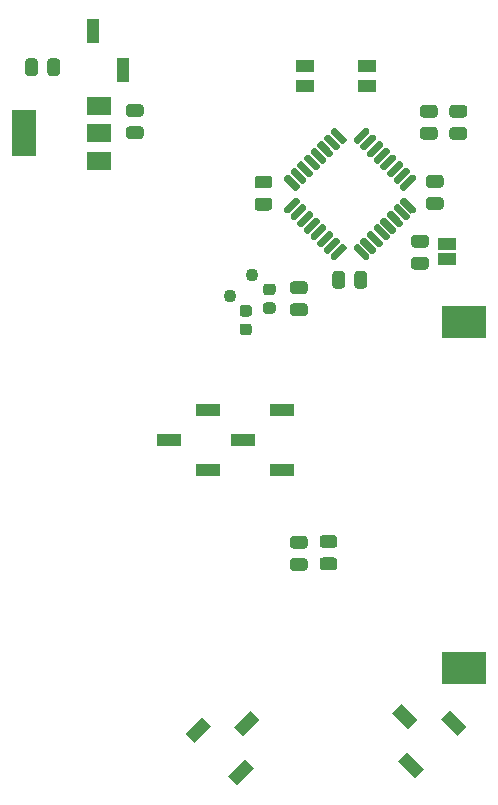
<source format=gbr>
%TF.GenerationSoftware,KiCad,Pcbnew,(5.1.6)-1*%
%TF.CreationDate,2020-12-12T17:11:39+01:00*%
%TF.ProjectId,stm32L412K8T6,73746d33-324c-4343-9132-4b3854362e6b,rev?*%
%TF.SameCoordinates,Original*%
%TF.FileFunction,Soldermask,Top*%
%TF.FilePolarity,Negative*%
%FSLAX46Y46*%
G04 Gerber Fmt 4.6, Leading zero omitted, Abs format (unit mm)*
G04 Created by KiCad (PCBNEW (5.1.6)-1) date 2020-12-12 17:11:39*
%MOMM*%
%LPD*%
G01*
G04 APERTURE LIST*
%ADD10R,3.700000X2.700000*%
%ADD11R,1.600000X1.100000*%
%ADD12R,1.650000X1.100000*%
%ADD13C,1.100000*%
%ADD14R,2.000000X1.100000*%
%ADD15C,0.100000*%
%ADD16R,1.100000X2.000000*%
%ADD17R,2.100000X1.600000*%
%ADD18R,2.100000X3.900000*%
G04 APERTURE END LIST*
D10*
%TO.C,BT1*%
X202500000Y-114300000D03*
X202500000Y-85000000D03*
%TD*%
D11*
%TO.C,JP1*%
X201000000Y-79650000D03*
X201000000Y-78350000D03*
%TD*%
%TO.C,C1*%
G36*
G01*
X185981250Y-73662500D02*
X185018750Y-73662500D01*
G75*
G02*
X184750000Y-73393750I0J268750D01*
G01*
X184750000Y-72856250D01*
G75*
G02*
X185018750Y-72587500I268750J0D01*
G01*
X185981250Y-72587500D01*
G75*
G02*
X186250000Y-72856250I0J-268750D01*
G01*
X186250000Y-73393750D01*
G75*
G02*
X185981250Y-73662500I-268750J0D01*
G01*
G37*
G36*
G01*
X185981250Y-75537500D02*
X185018750Y-75537500D01*
G75*
G02*
X184750000Y-75268750I0J268750D01*
G01*
X184750000Y-74731250D01*
G75*
G02*
X185018750Y-74462500I268750J0D01*
G01*
X185981250Y-74462500D01*
G75*
G02*
X186250000Y-74731250I0J-268750D01*
G01*
X186250000Y-75268750D01*
G75*
G02*
X185981250Y-75537500I-268750J0D01*
G01*
G37*
%TD*%
D12*
%TO.C,B*%
X189000000Y-65000000D03*
X194250000Y-65000000D03*
X194250000Y-63300000D03*
X189000000Y-63300000D03*
%TD*%
D13*
%TO.C,Y1*%
X182703949Y-82796051D03*
X184500000Y-81000000D03*
%TD*%
D14*
%TO.C,J6*%
X187050000Y-97490000D03*
X187050000Y-92410000D03*
X183750000Y-94950000D03*
%TD*%
D15*
%TO.C,J5*%
G36*
X180318198Y-118403984D02*
G01*
X181096016Y-119181802D01*
X179681802Y-120596016D01*
X178903984Y-119818198D01*
X180318198Y-118403984D01*
G37*
G36*
X183910300Y-121996086D02*
G01*
X184688118Y-122773904D01*
X183273904Y-124188118D01*
X182496086Y-123410300D01*
X183910300Y-121996086D01*
G37*
G36*
X184447701Y-117866583D02*
G01*
X185225519Y-118644401D01*
X183811305Y-120058615D01*
X183033487Y-119280797D01*
X184447701Y-117866583D01*
G37*
%TD*%
D14*
%TO.C,J4*%
X180800000Y-97480000D03*
X180800000Y-92400000D03*
X177500000Y-94940000D03*
%TD*%
D15*
%TO.C,J2*%
G36*
X196903984Y-122181802D02*
G01*
X197681802Y-121403984D01*
X199096016Y-122818198D01*
X198318198Y-123596016D01*
X196903984Y-122181802D01*
G37*
G36*
X200496086Y-118589700D02*
G01*
X201273904Y-117811882D01*
X202688118Y-119226096D01*
X201910300Y-120003914D01*
X200496086Y-118589700D01*
G37*
G36*
X196366583Y-118052299D02*
G01*
X197144401Y-117274481D01*
X198558615Y-118688695D01*
X197780797Y-119466513D01*
X196366583Y-118052299D01*
G37*
%TD*%
D16*
%TO.C,J1*%
X173600000Y-63600000D03*
X171060000Y-60300000D03*
%TD*%
%TO.C,U1*%
G36*
G01*
X187441927Y-75781980D02*
X187229795Y-75569848D01*
G75*
G02*
X187229795Y-75357716I106066J106066D01*
G01*
X188149033Y-74438478D01*
G75*
G02*
X188361165Y-74438478I106066J-106066D01*
G01*
X188573297Y-74650610D01*
G75*
G02*
X188573297Y-74862742I-106066J-106066D01*
G01*
X187654059Y-75781980D01*
G75*
G02*
X187441927Y-75781980I-106066J106066D01*
G01*
G37*
G36*
G01*
X188007613Y-76347665D02*
X187795481Y-76135533D01*
G75*
G02*
X187795481Y-75923401I106066J106066D01*
G01*
X188714719Y-75004163D01*
G75*
G02*
X188926851Y-75004163I106066J-106066D01*
G01*
X189138983Y-75216295D01*
G75*
G02*
X189138983Y-75428427I-106066J-106066D01*
G01*
X188219745Y-76347665D01*
G75*
G02*
X188007613Y-76347665I-106066J106066D01*
G01*
G37*
G36*
G01*
X188573298Y-76913351D02*
X188361166Y-76701219D01*
G75*
G02*
X188361166Y-76489087I106066J106066D01*
G01*
X189280404Y-75569849D01*
G75*
G02*
X189492536Y-75569849I106066J-106066D01*
G01*
X189704668Y-75781981D01*
G75*
G02*
X189704668Y-75994113I-106066J-106066D01*
G01*
X188785430Y-76913351D01*
G75*
G02*
X188573298Y-76913351I-106066J106066D01*
G01*
G37*
G36*
G01*
X189138983Y-77479036D02*
X188926851Y-77266904D01*
G75*
G02*
X188926851Y-77054772I106066J106066D01*
G01*
X189846089Y-76135534D01*
G75*
G02*
X190058221Y-76135534I106066J-106066D01*
G01*
X190270353Y-76347666D01*
G75*
G02*
X190270353Y-76559798I-106066J-106066D01*
G01*
X189351115Y-77479036D01*
G75*
G02*
X189138983Y-77479036I-106066J106066D01*
G01*
G37*
G36*
G01*
X189704669Y-78044722D02*
X189492537Y-77832590D01*
G75*
G02*
X189492537Y-77620458I106066J106066D01*
G01*
X190411775Y-76701220D01*
G75*
G02*
X190623907Y-76701220I106066J-106066D01*
G01*
X190836039Y-76913352D01*
G75*
G02*
X190836039Y-77125484I-106066J-106066D01*
G01*
X189916801Y-78044722D01*
G75*
G02*
X189704669Y-78044722I-106066J106066D01*
G01*
G37*
G36*
G01*
X190270354Y-78610407D02*
X190058222Y-78398275D01*
G75*
G02*
X190058222Y-78186143I106066J106066D01*
G01*
X190977460Y-77266905D01*
G75*
G02*
X191189592Y-77266905I106066J-106066D01*
G01*
X191401724Y-77479037D01*
G75*
G02*
X191401724Y-77691169I-106066J-106066D01*
G01*
X190482486Y-78610407D01*
G75*
G02*
X190270354Y-78610407I-106066J106066D01*
G01*
G37*
G36*
G01*
X190836040Y-79176092D02*
X190623908Y-78963960D01*
G75*
G02*
X190623908Y-78751828I106066J106066D01*
G01*
X191543146Y-77832590D01*
G75*
G02*
X191755278Y-77832590I106066J-106066D01*
G01*
X191967410Y-78044722D01*
G75*
G02*
X191967410Y-78256854I-106066J-106066D01*
G01*
X191048172Y-79176092D01*
G75*
G02*
X190836040Y-79176092I-106066J106066D01*
G01*
G37*
G36*
G01*
X191401725Y-79741778D02*
X191189593Y-79529646D01*
G75*
G02*
X191189593Y-79317514I106066J106066D01*
G01*
X192108831Y-78398276D01*
G75*
G02*
X192320963Y-78398276I106066J-106066D01*
G01*
X192533095Y-78610408D01*
G75*
G02*
X192533095Y-78822540I-106066J-106066D01*
G01*
X191613857Y-79741778D01*
G75*
G02*
X191401725Y-79741778I-106066J106066D01*
G01*
G37*
G36*
G01*
X194053375Y-79741778D02*
X193134137Y-78822540D01*
G75*
G02*
X193134137Y-78610408I106066J106066D01*
G01*
X193346269Y-78398276D01*
G75*
G02*
X193558401Y-78398276I106066J-106066D01*
G01*
X194477639Y-79317514D01*
G75*
G02*
X194477639Y-79529646I-106066J-106066D01*
G01*
X194265507Y-79741778D01*
G75*
G02*
X194053375Y-79741778I-106066J106066D01*
G01*
G37*
G36*
G01*
X194619060Y-79176092D02*
X193699822Y-78256854D01*
G75*
G02*
X193699822Y-78044722I106066J106066D01*
G01*
X193911954Y-77832590D01*
G75*
G02*
X194124086Y-77832590I106066J-106066D01*
G01*
X195043324Y-78751828D01*
G75*
G02*
X195043324Y-78963960I-106066J-106066D01*
G01*
X194831192Y-79176092D01*
G75*
G02*
X194619060Y-79176092I-106066J106066D01*
G01*
G37*
G36*
G01*
X195184746Y-78610407D02*
X194265508Y-77691169D01*
G75*
G02*
X194265508Y-77479037I106066J106066D01*
G01*
X194477640Y-77266905D01*
G75*
G02*
X194689772Y-77266905I106066J-106066D01*
G01*
X195609010Y-78186143D01*
G75*
G02*
X195609010Y-78398275I-106066J-106066D01*
G01*
X195396878Y-78610407D01*
G75*
G02*
X195184746Y-78610407I-106066J106066D01*
G01*
G37*
G36*
G01*
X195750431Y-78044722D02*
X194831193Y-77125484D01*
G75*
G02*
X194831193Y-76913352I106066J106066D01*
G01*
X195043325Y-76701220D01*
G75*
G02*
X195255457Y-76701220I106066J-106066D01*
G01*
X196174695Y-77620458D01*
G75*
G02*
X196174695Y-77832590I-106066J-106066D01*
G01*
X195962563Y-78044722D01*
G75*
G02*
X195750431Y-78044722I-106066J106066D01*
G01*
G37*
G36*
G01*
X196316117Y-77479036D02*
X195396879Y-76559798D01*
G75*
G02*
X195396879Y-76347666I106066J106066D01*
G01*
X195609011Y-76135534D01*
G75*
G02*
X195821143Y-76135534I106066J-106066D01*
G01*
X196740381Y-77054772D01*
G75*
G02*
X196740381Y-77266904I-106066J-106066D01*
G01*
X196528249Y-77479036D01*
G75*
G02*
X196316117Y-77479036I-106066J106066D01*
G01*
G37*
G36*
G01*
X196881802Y-76913351D02*
X195962564Y-75994113D01*
G75*
G02*
X195962564Y-75781981I106066J106066D01*
G01*
X196174696Y-75569849D01*
G75*
G02*
X196386828Y-75569849I106066J-106066D01*
G01*
X197306066Y-76489087D01*
G75*
G02*
X197306066Y-76701219I-106066J-106066D01*
G01*
X197093934Y-76913351D01*
G75*
G02*
X196881802Y-76913351I-106066J106066D01*
G01*
G37*
G36*
G01*
X197447487Y-76347665D02*
X196528249Y-75428427D01*
G75*
G02*
X196528249Y-75216295I106066J106066D01*
G01*
X196740381Y-75004163D01*
G75*
G02*
X196952513Y-75004163I106066J-106066D01*
G01*
X197871751Y-75923401D01*
G75*
G02*
X197871751Y-76135533I-106066J-106066D01*
G01*
X197659619Y-76347665D01*
G75*
G02*
X197447487Y-76347665I-106066J106066D01*
G01*
G37*
G36*
G01*
X198013173Y-75781980D02*
X197093935Y-74862742D01*
G75*
G02*
X197093935Y-74650610I106066J106066D01*
G01*
X197306067Y-74438478D01*
G75*
G02*
X197518199Y-74438478I106066J-106066D01*
G01*
X198437437Y-75357716D01*
G75*
G02*
X198437437Y-75569848I-106066J-106066D01*
G01*
X198225305Y-75781980D01*
G75*
G02*
X198013173Y-75781980I-106066J106066D01*
G01*
G37*
G36*
G01*
X197306067Y-73837436D02*
X197093935Y-73625304D01*
G75*
G02*
X197093935Y-73413172I106066J106066D01*
G01*
X198013173Y-72493934D01*
G75*
G02*
X198225305Y-72493934I106066J-106066D01*
G01*
X198437437Y-72706066D01*
G75*
G02*
X198437437Y-72918198I-106066J-106066D01*
G01*
X197518199Y-73837436D01*
G75*
G02*
X197306067Y-73837436I-106066J106066D01*
G01*
G37*
G36*
G01*
X196740381Y-73271751D02*
X196528249Y-73059619D01*
G75*
G02*
X196528249Y-72847487I106066J106066D01*
G01*
X197447487Y-71928249D01*
G75*
G02*
X197659619Y-71928249I106066J-106066D01*
G01*
X197871751Y-72140381D01*
G75*
G02*
X197871751Y-72352513I-106066J-106066D01*
G01*
X196952513Y-73271751D01*
G75*
G02*
X196740381Y-73271751I-106066J106066D01*
G01*
G37*
G36*
G01*
X196174696Y-72706065D02*
X195962564Y-72493933D01*
G75*
G02*
X195962564Y-72281801I106066J106066D01*
G01*
X196881802Y-71362563D01*
G75*
G02*
X197093934Y-71362563I106066J-106066D01*
G01*
X197306066Y-71574695D01*
G75*
G02*
X197306066Y-71786827I-106066J-106066D01*
G01*
X196386828Y-72706065D01*
G75*
G02*
X196174696Y-72706065I-106066J106066D01*
G01*
G37*
G36*
G01*
X195609011Y-72140380D02*
X195396879Y-71928248D01*
G75*
G02*
X195396879Y-71716116I106066J106066D01*
G01*
X196316117Y-70796878D01*
G75*
G02*
X196528249Y-70796878I106066J-106066D01*
G01*
X196740381Y-71009010D01*
G75*
G02*
X196740381Y-71221142I-106066J-106066D01*
G01*
X195821143Y-72140380D01*
G75*
G02*
X195609011Y-72140380I-106066J106066D01*
G01*
G37*
G36*
G01*
X195043325Y-71574694D02*
X194831193Y-71362562D01*
G75*
G02*
X194831193Y-71150430I106066J106066D01*
G01*
X195750431Y-70231192D01*
G75*
G02*
X195962563Y-70231192I106066J-106066D01*
G01*
X196174695Y-70443324D01*
G75*
G02*
X196174695Y-70655456I-106066J-106066D01*
G01*
X195255457Y-71574694D01*
G75*
G02*
X195043325Y-71574694I-106066J106066D01*
G01*
G37*
G36*
G01*
X194477640Y-71009009D02*
X194265508Y-70796877D01*
G75*
G02*
X194265508Y-70584745I106066J106066D01*
G01*
X195184746Y-69665507D01*
G75*
G02*
X195396878Y-69665507I106066J-106066D01*
G01*
X195609010Y-69877639D01*
G75*
G02*
X195609010Y-70089771I-106066J-106066D01*
G01*
X194689772Y-71009009D01*
G75*
G02*
X194477640Y-71009009I-106066J106066D01*
G01*
G37*
G36*
G01*
X193911954Y-70443324D02*
X193699822Y-70231192D01*
G75*
G02*
X193699822Y-70019060I106066J106066D01*
G01*
X194619060Y-69099822D01*
G75*
G02*
X194831192Y-69099822I106066J-106066D01*
G01*
X195043324Y-69311954D01*
G75*
G02*
X195043324Y-69524086I-106066J-106066D01*
G01*
X194124086Y-70443324D01*
G75*
G02*
X193911954Y-70443324I-106066J106066D01*
G01*
G37*
G36*
G01*
X193346269Y-69877638D02*
X193134137Y-69665506D01*
G75*
G02*
X193134137Y-69453374I106066J106066D01*
G01*
X194053375Y-68534136D01*
G75*
G02*
X194265507Y-68534136I106066J-106066D01*
G01*
X194477639Y-68746268D01*
G75*
G02*
X194477639Y-68958400I-106066J-106066D01*
G01*
X193558401Y-69877638D01*
G75*
G02*
X193346269Y-69877638I-106066J106066D01*
G01*
G37*
G36*
G01*
X192108831Y-69877638D02*
X191189593Y-68958400D01*
G75*
G02*
X191189593Y-68746268I106066J106066D01*
G01*
X191401725Y-68534136D01*
G75*
G02*
X191613857Y-68534136I106066J-106066D01*
G01*
X192533095Y-69453374D01*
G75*
G02*
X192533095Y-69665506I-106066J-106066D01*
G01*
X192320963Y-69877638D01*
G75*
G02*
X192108831Y-69877638I-106066J106066D01*
G01*
G37*
G36*
G01*
X191543146Y-70443324D02*
X190623908Y-69524086D01*
G75*
G02*
X190623908Y-69311954I106066J106066D01*
G01*
X190836040Y-69099822D01*
G75*
G02*
X191048172Y-69099822I106066J-106066D01*
G01*
X191967410Y-70019060D01*
G75*
G02*
X191967410Y-70231192I-106066J-106066D01*
G01*
X191755278Y-70443324D01*
G75*
G02*
X191543146Y-70443324I-106066J106066D01*
G01*
G37*
G36*
G01*
X190977460Y-71009009D02*
X190058222Y-70089771D01*
G75*
G02*
X190058222Y-69877639I106066J106066D01*
G01*
X190270354Y-69665507D01*
G75*
G02*
X190482486Y-69665507I106066J-106066D01*
G01*
X191401724Y-70584745D01*
G75*
G02*
X191401724Y-70796877I-106066J-106066D01*
G01*
X191189592Y-71009009D01*
G75*
G02*
X190977460Y-71009009I-106066J106066D01*
G01*
G37*
G36*
G01*
X190411775Y-71574694D02*
X189492537Y-70655456D01*
G75*
G02*
X189492537Y-70443324I106066J106066D01*
G01*
X189704669Y-70231192D01*
G75*
G02*
X189916801Y-70231192I106066J-106066D01*
G01*
X190836039Y-71150430D01*
G75*
G02*
X190836039Y-71362562I-106066J-106066D01*
G01*
X190623907Y-71574694D01*
G75*
G02*
X190411775Y-71574694I-106066J106066D01*
G01*
G37*
G36*
G01*
X189846089Y-72140380D02*
X188926851Y-71221142D01*
G75*
G02*
X188926851Y-71009010I106066J106066D01*
G01*
X189138983Y-70796878D01*
G75*
G02*
X189351115Y-70796878I106066J-106066D01*
G01*
X190270353Y-71716116D01*
G75*
G02*
X190270353Y-71928248I-106066J-106066D01*
G01*
X190058221Y-72140380D01*
G75*
G02*
X189846089Y-72140380I-106066J106066D01*
G01*
G37*
G36*
G01*
X189280404Y-72706065D02*
X188361166Y-71786827D01*
G75*
G02*
X188361166Y-71574695I106066J106066D01*
G01*
X188573298Y-71362563D01*
G75*
G02*
X188785430Y-71362563I106066J-106066D01*
G01*
X189704668Y-72281801D01*
G75*
G02*
X189704668Y-72493933I-106066J-106066D01*
G01*
X189492536Y-72706065D01*
G75*
G02*
X189280404Y-72706065I-106066J106066D01*
G01*
G37*
G36*
G01*
X188714719Y-73271751D02*
X187795481Y-72352513D01*
G75*
G02*
X187795481Y-72140381I106066J106066D01*
G01*
X188007613Y-71928249D01*
G75*
G02*
X188219745Y-71928249I106066J-106066D01*
G01*
X189138983Y-72847487D01*
G75*
G02*
X189138983Y-73059619I-106066J-106066D01*
G01*
X188926851Y-73271751D01*
G75*
G02*
X188714719Y-73271751I-106066J106066D01*
G01*
G37*
G36*
G01*
X188149033Y-73837436D02*
X187229795Y-72918198D01*
G75*
G02*
X187229795Y-72706066I106066J106066D01*
G01*
X187441927Y-72493934D01*
G75*
G02*
X187654059Y-72493934I106066J-106066D01*
G01*
X188573297Y-73413172D01*
G75*
G02*
X188573297Y-73625304I-106066J-106066D01*
G01*
X188361165Y-73837436D01*
G75*
G02*
X188149033Y-73837436I-106066J106066D01*
G01*
G37*
%TD*%
D17*
%TO.C,U2*%
X171550000Y-71300000D03*
X171550000Y-66700000D03*
X171550000Y-69000000D03*
D18*
X165250000Y-69000000D03*
%TD*%
%TO.C,R7*%
G36*
G01*
X188981250Y-82600000D02*
X188018750Y-82600000D01*
G75*
G02*
X187750000Y-82331250I0J268750D01*
G01*
X187750000Y-81793750D01*
G75*
G02*
X188018750Y-81525000I268750J0D01*
G01*
X188981250Y-81525000D01*
G75*
G02*
X189250000Y-81793750I0J-268750D01*
G01*
X189250000Y-82331250D01*
G75*
G02*
X188981250Y-82600000I-268750J0D01*
G01*
G37*
G36*
G01*
X188981250Y-84475000D02*
X188018750Y-84475000D01*
G75*
G02*
X187750000Y-84206250I0J268750D01*
G01*
X187750000Y-83668750D01*
G75*
G02*
X188018750Y-83400000I268750J0D01*
G01*
X188981250Y-83400000D01*
G75*
G02*
X189250000Y-83668750I0J-268750D01*
G01*
X189250000Y-84206250D01*
G75*
G02*
X188981250Y-84475000I-268750J0D01*
G01*
G37*
%TD*%
%TO.C,R6*%
G36*
G01*
X199981250Y-67662500D02*
X199018750Y-67662500D01*
G75*
G02*
X198750000Y-67393750I0J268750D01*
G01*
X198750000Y-66856250D01*
G75*
G02*
X199018750Y-66587500I268750J0D01*
G01*
X199981250Y-66587500D01*
G75*
G02*
X200250000Y-66856250I0J-268750D01*
G01*
X200250000Y-67393750D01*
G75*
G02*
X199981250Y-67662500I-268750J0D01*
G01*
G37*
G36*
G01*
X199981250Y-69537500D02*
X199018750Y-69537500D01*
G75*
G02*
X198750000Y-69268750I0J268750D01*
G01*
X198750000Y-68731250D01*
G75*
G02*
X199018750Y-68462500I268750J0D01*
G01*
X199981250Y-68462500D01*
G75*
G02*
X200250000Y-68731250I0J-268750D01*
G01*
X200250000Y-69268750D01*
G75*
G02*
X199981250Y-69537500I-268750J0D01*
G01*
G37*
%TD*%
%TO.C,R5*%
G36*
G01*
X199231250Y-78662500D02*
X198268750Y-78662500D01*
G75*
G02*
X198000000Y-78393750I0J268750D01*
G01*
X198000000Y-77856250D01*
G75*
G02*
X198268750Y-77587500I268750J0D01*
G01*
X199231250Y-77587500D01*
G75*
G02*
X199500000Y-77856250I0J-268750D01*
G01*
X199500000Y-78393750D01*
G75*
G02*
X199231250Y-78662500I-268750J0D01*
G01*
G37*
G36*
G01*
X199231250Y-80537500D02*
X198268750Y-80537500D01*
G75*
G02*
X198000000Y-80268750I0J268750D01*
G01*
X198000000Y-79731250D01*
G75*
G02*
X198268750Y-79462500I268750J0D01*
G01*
X199231250Y-79462500D01*
G75*
G02*
X199500000Y-79731250I0J-268750D01*
G01*
X199500000Y-80268750D01*
G75*
G02*
X199231250Y-80537500I-268750J0D01*
G01*
G37*
%TD*%
%TO.C,R4*%
G36*
G01*
X190518750Y-104900000D02*
X191481250Y-104900000D01*
G75*
G02*
X191750000Y-105168750I0J-268750D01*
G01*
X191750000Y-105706250D01*
G75*
G02*
X191481250Y-105975000I-268750J0D01*
G01*
X190518750Y-105975000D01*
G75*
G02*
X190250000Y-105706250I0J268750D01*
G01*
X190250000Y-105168750D01*
G75*
G02*
X190518750Y-104900000I268750J0D01*
G01*
G37*
G36*
G01*
X190518750Y-103025000D02*
X191481250Y-103025000D01*
G75*
G02*
X191750000Y-103293750I0J-268750D01*
G01*
X191750000Y-103831250D01*
G75*
G02*
X191481250Y-104100000I-268750J0D01*
G01*
X190518750Y-104100000D01*
G75*
G02*
X190250000Y-103831250I0J268750D01*
G01*
X190250000Y-103293750D01*
G75*
G02*
X190518750Y-103025000I268750J0D01*
G01*
G37*
%TD*%
%TO.C,R3*%
G36*
G01*
X188018750Y-104962500D02*
X188981250Y-104962500D01*
G75*
G02*
X189250000Y-105231250I0J-268750D01*
G01*
X189250000Y-105768750D01*
G75*
G02*
X188981250Y-106037500I-268750J0D01*
G01*
X188018750Y-106037500D01*
G75*
G02*
X187750000Y-105768750I0J268750D01*
G01*
X187750000Y-105231250D01*
G75*
G02*
X188018750Y-104962500I268750J0D01*
G01*
G37*
G36*
G01*
X188018750Y-103087500D02*
X188981250Y-103087500D01*
G75*
G02*
X189250000Y-103356250I0J-268750D01*
G01*
X189250000Y-103893750D01*
G75*
G02*
X188981250Y-104162500I-268750J0D01*
G01*
X188018750Y-104162500D01*
G75*
G02*
X187750000Y-103893750I0J268750D01*
G01*
X187750000Y-103356250D01*
G75*
G02*
X188018750Y-103087500I268750J0D01*
G01*
G37*
%TD*%
%TO.C,D1*%
G36*
G01*
X202481250Y-67662500D02*
X201518750Y-67662500D01*
G75*
G02*
X201250000Y-67393750I0J268750D01*
G01*
X201250000Y-66856250D01*
G75*
G02*
X201518750Y-66587500I268750J0D01*
G01*
X202481250Y-66587500D01*
G75*
G02*
X202750000Y-66856250I0J-268750D01*
G01*
X202750000Y-67393750D01*
G75*
G02*
X202481250Y-67662500I-268750J0D01*
G01*
G37*
G36*
G01*
X202481250Y-69537500D02*
X201518750Y-69537500D01*
G75*
G02*
X201250000Y-69268750I0J268750D01*
G01*
X201250000Y-68731250D01*
G75*
G02*
X201518750Y-68462500I268750J0D01*
G01*
X202481250Y-68462500D01*
G75*
G02*
X202750000Y-68731250I0J-268750D01*
G01*
X202750000Y-69268750D01*
G75*
G02*
X202481250Y-69537500I-268750J0D01*
G01*
G37*
%TD*%
%TO.C,C7*%
G36*
G01*
X174118750Y-68400000D02*
X175081250Y-68400000D01*
G75*
G02*
X175350000Y-68668750I0J-268750D01*
G01*
X175350000Y-69206250D01*
G75*
G02*
X175081250Y-69475000I-268750J0D01*
G01*
X174118750Y-69475000D01*
G75*
G02*
X173850000Y-69206250I0J268750D01*
G01*
X173850000Y-68668750D01*
G75*
G02*
X174118750Y-68400000I268750J0D01*
G01*
G37*
G36*
G01*
X174118750Y-66525000D02*
X175081250Y-66525000D01*
G75*
G02*
X175350000Y-66793750I0J-268750D01*
G01*
X175350000Y-67331250D01*
G75*
G02*
X175081250Y-67600000I-268750J0D01*
G01*
X174118750Y-67600000D01*
G75*
G02*
X173850000Y-67331250I0J268750D01*
G01*
X173850000Y-66793750D01*
G75*
G02*
X174118750Y-66525000I268750J0D01*
G01*
G37*
%TD*%
%TO.C,C6*%
G36*
G01*
X166400000Y-62918750D02*
X166400000Y-63881250D01*
G75*
G02*
X166131250Y-64150000I-268750J0D01*
G01*
X165593750Y-64150000D01*
G75*
G02*
X165325000Y-63881250I0J268750D01*
G01*
X165325000Y-62918750D01*
G75*
G02*
X165593750Y-62650000I268750J0D01*
G01*
X166131250Y-62650000D01*
G75*
G02*
X166400000Y-62918750I0J-268750D01*
G01*
G37*
G36*
G01*
X168275000Y-62918750D02*
X168275000Y-63881250D01*
G75*
G02*
X168006250Y-64150000I-268750J0D01*
G01*
X167468750Y-64150000D01*
G75*
G02*
X167200000Y-63881250I0J268750D01*
G01*
X167200000Y-62918750D01*
G75*
G02*
X167468750Y-62650000I268750J0D01*
G01*
X168006250Y-62650000D01*
G75*
G02*
X168275000Y-62918750I0J-268750D01*
G01*
G37*
%TD*%
%TO.C,C5*%
G36*
G01*
X193200000Y-81881250D02*
X193200000Y-80918750D01*
G75*
G02*
X193468750Y-80650000I268750J0D01*
G01*
X194006250Y-80650000D01*
G75*
G02*
X194275000Y-80918750I0J-268750D01*
G01*
X194275000Y-81881250D01*
G75*
G02*
X194006250Y-82150000I-268750J0D01*
G01*
X193468750Y-82150000D01*
G75*
G02*
X193200000Y-81881250I0J268750D01*
G01*
G37*
G36*
G01*
X191325000Y-81881250D02*
X191325000Y-80918750D01*
G75*
G02*
X191593750Y-80650000I268750J0D01*
G01*
X192131250Y-80650000D01*
G75*
G02*
X192400000Y-80918750I0J-268750D01*
G01*
X192400000Y-81881250D01*
G75*
G02*
X192131250Y-82150000I-268750J0D01*
G01*
X191593750Y-82150000D01*
G75*
G02*
X191325000Y-81881250I0J268750D01*
G01*
G37*
%TD*%
%TO.C,C4*%
G36*
G01*
X183718750Y-85112500D02*
X184281250Y-85112500D01*
G75*
G02*
X184525000Y-85356250I0J-243750D01*
G01*
X184525000Y-85843750D01*
G75*
G02*
X184281250Y-86087500I-243750J0D01*
G01*
X183718750Y-86087500D01*
G75*
G02*
X183475000Y-85843750I0J243750D01*
G01*
X183475000Y-85356250D01*
G75*
G02*
X183718750Y-85112500I243750J0D01*
G01*
G37*
G36*
G01*
X183718750Y-83537500D02*
X184281250Y-83537500D01*
G75*
G02*
X184525000Y-83781250I0J-243750D01*
G01*
X184525000Y-84268750D01*
G75*
G02*
X184281250Y-84512500I-243750J0D01*
G01*
X183718750Y-84512500D01*
G75*
G02*
X183475000Y-84268750I0J243750D01*
G01*
X183475000Y-83781250D01*
G75*
G02*
X183718750Y-83537500I243750J0D01*
G01*
G37*
%TD*%
%TO.C,C3*%
G36*
G01*
X199518750Y-74400000D02*
X200481250Y-74400000D01*
G75*
G02*
X200750000Y-74668750I0J-268750D01*
G01*
X200750000Y-75206250D01*
G75*
G02*
X200481250Y-75475000I-268750J0D01*
G01*
X199518750Y-75475000D01*
G75*
G02*
X199250000Y-75206250I0J268750D01*
G01*
X199250000Y-74668750D01*
G75*
G02*
X199518750Y-74400000I268750J0D01*
G01*
G37*
G36*
G01*
X199518750Y-72525000D02*
X200481250Y-72525000D01*
G75*
G02*
X200750000Y-72793750I0J-268750D01*
G01*
X200750000Y-73331250D01*
G75*
G02*
X200481250Y-73600000I-268750J0D01*
G01*
X199518750Y-73600000D01*
G75*
G02*
X199250000Y-73331250I0J268750D01*
G01*
X199250000Y-72793750D01*
G75*
G02*
X199518750Y-72525000I268750J0D01*
G01*
G37*
%TD*%
%TO.C,C2*%
G36*
G01*
X185718750Y-83300000D02*
X186281250Y-83300000D01*
G75*
G02*
X186525000Y-83543750I0J-243750D01*
G01*
X186525000Y-84031250D01*
G75*
G02*
X186281250Y-84275000I-243750J0D01*
G01*
X185718750Y-84275000D01*
G75*
G02*
X185475000Y-84031250I0J243750D01*
G01*
X185475000Y-83543750D01*
G75*
G02*
X185718750Y-83300000I243750J0D01*
G01*
G37*
G36*
G01*
X185718750Y-81725000D02*
X186281250Y-81725000D01*
G75*
G02*
X186525000Y-81968750I0J-243750D01*
G01*
X186525000Y-82456250D01*
G75*
G02*
X186281250Y-82700000I-243750J0D01*
G01*
X185718750Y-82700000D01*
G75*
G02*
X185475000Y-82456250I0J243750D01*
G01*
X185475000Y-81968750D01*
G75*
G02*
X185718750Y-81725000I243750J0D01*
G01*
G37*
%TD*%
M02*

</source>
